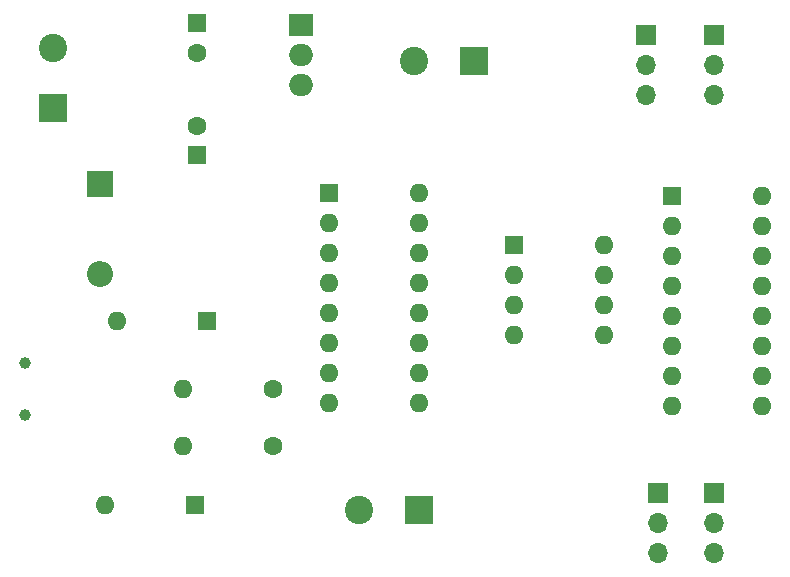
<source format=gbr>
%TF.GenerationSoftware,KiCad,Pcbnew,(5.1.10)-1*%
%TF.CreationDate,2021-05-16T00:39:39-03:00*%
%TF.ProjectId,low_cost_robotics,6c6f775f-636f-4737-945f-726f626f7469,rev?*%
%TF.SameCoordinates,Original*%
%TF.FileFunction,Soldermask,Bot*%
%TF.FilePolarity,Negative*%
%FSLAX46Y46*%
G04 Gerber Fmt 4.6, Leading zero omitted, Abs format (unit mm)*
G04 Created by KiCad (PCBNEW (5.1.10)-1) date 2021-05-16 00:39:39*
%MOMM*%
%LPD*%
G01*
G04 APERTURE LIST*
%ADD10C,2.400000*%
%ADD11R,2.400000X2.400000*%
%ADD12R,1.600000X1.600000*%
%ADD13C,1.600000*%
%ADD14R,2.200000X2.200000*%
%ADD15O,2.200000X2.200000*%
%ADD16O,1.600000X1.600000*%
%ADD17C,1.000000*%
%ADD18R,1.700000X1.700000*%
%ADD19O,1.700000X1.700000*%
%ADD20R,2.000000X1.905000*%
%ADD21O,2.000000X1.905000*%
G04 APERTURE END LIST*
D10*
%TO.C,J7*%
X52520000Y-71800000D03*
D11*
X57600000Y-71800000D03*
%TD*%
D10*
%TO.C,J4*%
X57120000Y-33800000D03*
D11*
X62200000Y-33800000D03*
%TD*%
D12*
%TO.C,C1*%
X38800000Y-30600000D03*
D13*
X38800000Y-33100000D03*
%TD*%
%TO.C,C2*%
X38800000Y-39300000D03*
D12*
X38800000Y-41800000D03*
%TD*%
D14*
%TO.C,D1*%
X30600000Y-44200000D03*
D15*
X30600000Y-51820000D03*
%TD*%
D16*
%TO.C,D2*%
X31980000Y-55800000D03*
D12*
X39600000Y-55800000D03*
%TD*%
%TO.C,D3*%
X38600000Y-71400000D03*
D16*
X30980000Y-71400000D03*
%TD*%
D11*
%TO.C,J1*%
X26600000Y-37800000D03*
D10*
X26600000Y-32720000D03*
%TD*%
D17*
%TO.C,J2*%
X24200000Y-59400000D03*
X24200000Y-63800000D03*
%TD*%
D18*
%TO.C,S2*%
X82600000Y-70400000D03*
D19*
X82600000Y-72940000D03*
X82600000Y-75480000D03*
%TD*%
D18*
%TO.C,A1*%
X76800000Y-31600000D03*
D19*
X76800000Y-34140000D03*
X76800000Y-36680000D03*
%TD*%
%TO.C,S1*%
X77800000Y-75480000D03*
X77800000Y-72940000D03*
D18*
X77800000Y-70400000D03*
%TD*%
D19*
%TO.C,A2*%
X82600000Y-36680000D03*
X82600000Y-34140000D03*
D18*
X82600000Y-31600000D03*
%TD*%
D16*
%TO.C,R1*%
X37580000Y-61600000D03*
D13*
X45200000Y-61600000D03*
%TD*%
%TO.C,R2*%
X45200000Y-66400000D03*
D16*
X37580000Y-66400000D03*
%TD*%
D12*
%TO.C,U1*%
X65600000Y-49400000D03*
D16*
X73220000Y-57020000D03*
X65600000Y-51940000D03*
X73220000Y-54480000D03*
X65600000Y-54480000D03*
X73220000Y-51940000D03*
X65600000Y-57020000D03*
X73220000Y-49400000D03*
%TD*%
D20*
%TO.C,U2*%
X47600000Y-30800000D03*
D21*
X47600000Y-33340000D03*
X47600000Y-35880000D03*
%TD*%
D16*
%TO.C,U3*%
X86620000Y-45200000D03*
X79000000Y-62980000D03*
X86620000Y-47740000D03*
X79000000Y-60440000D03*
X86620000Y-50280000D03*
X79000000Y-57900000D03*
X86620000Y-52820000D03*
X79000000Y-55360000D03*
X86620000Y-55360000D03*
X79000000Y-52820000D03*
X86620000Y-57900000D03*
X79000000Y-50280000D03*
X86620000Y-60440000D03*
X79000000Y-47740000D03*
X86620000Y-62980000D03*
D12*
X79000000Y-45200000D03*
%TD*%
%TO.C,U4*%
X50000000Y-45000000D03*
D16*
X57620000Y-62780000D03*
X50000000Y-47540000D03*
X57620000Y-60240000D03*
X50000000Y-50080000D03*
X57620000Y-57700000D03*
X50000000Y-52620000D03*
X57620000Y-55160000D03*
X50000000Y-55160000D03*
X57620000Y-52620000D03*
X50000000Y-57700000D03*
X57620000Y-50080000D03*
X50000000Y-60240000D03*
X57620000Y-47540000D03*
X50000000Y-62780000D03*
X57620000Y-45000000D03*
%TD*%
M02*

</source>
